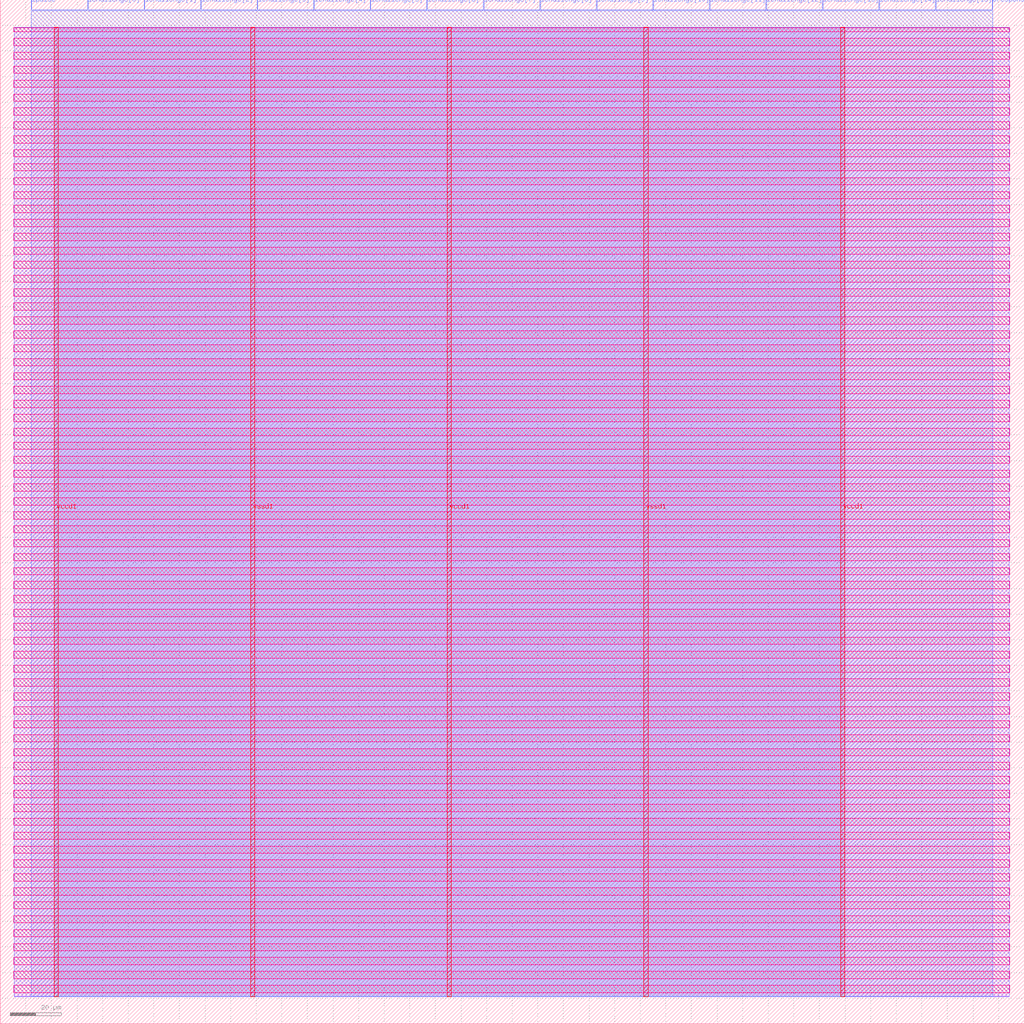
<source format=lef>
VERSION 5.7 ;
  NOWIREEXTENSIONATPIN ON ;
  DIVIDERCHAR "/" ;
  BUSBITCHARS "[]" ;
MACRO arbiterpuf
  CLASS BLOCK ;
  FOREIGN arbiterpuf ;
  ORIGIN 0.000 0.000 ;
  SIZE 400.000 BY 400.000 ;
  PIN ichallenge[0]
    DIRECTION INPUT ;
    USE SIGNAL ;
    PORT
      LAYER met2 ;
        RECT 34.130 396.000 34.410 400.000 ;
    END
  END ichallenge[0]
  PIN ichallenge[10]
    DIRECTION INPUT ;
    USE SIGNAL ;
    PORT
      LAYER met2 ;
        RECT 254.930 396.000 255.210 400.000 ;
    END
  END ichallenge[10]
  PIN ichallenge[11]
    DIRECTION INPUT ;
    USE SIGNAL ;
    PORT
      LAYER met2 ;
        RECT 277.010 396.000 277.290 400.000 ;
    END
  END ichallenge[11]
  PIN ichallenge[12]
    DIRECTION INPUT ;
    USE SIGNAL ;
    PORT
      LAYER met2 ;
        RECT 299.090 396.000 299.370 400.000 ;
    END
  END ichallenge[12]
  PIN ichallenge[13]
    DIRECTION INPUT ;
    USE SIGNAL ;
    PORT
      LAYER met2 ;
        RECT 321.170 396.000 321.450 400.000 ;
    END
  END ichallenge[13]
  PIN ichallenge[14]
    DIRECTION INPUT ;
    USE SIGNAL ;
    PORT
      LAYER met2 ;
        RECT 343.250 396.000 343.530 400.000 ;
    END
  END ichallenge[14]
  PIN ichallenge[15]
    DIRECTION INPUT ;
    USE SIGNAL ;
    PORT
      LAYER met2 ;
        RECT 365.330 396.000 365.610 400.000 ;
    END
  END ichallenge[15]
  PIN ichallenge[1]
    DIRECTION INPUT ;
    USE SIGNAL ;
    PORT
      LAYER met2 ;
        RECT 56.210 396.000 56.490 400.000 ;
    END
  END ichallenge[1]
  PIN ichallenge[2]
    DIRECTION INPUT ;
    USE SIGNAL ;
    PORT
      LAYER met2 ;
        RECT 78.290 396.000 78.570 400.000 ;
    END
  END ichallenge[2]
  PIN ichallenge[3]
    DIRECTION INPUT ;
    USE SIGNAL ;
    PORT
      LAYER met2 ;
        RECT 100.370 396.000 100.650 400.000 ;
    END
  END ichallenge[3]
  PIN ichallenge[4]
    DIRECTION INPUT ;
    USE SIGNAL ;
    PORT
      LAYER met2 ;
        RECT 122.450 396.000 122.730 400.000 ;
    END
  END ichallenge[4]
  PIN ichallenge[5]
    DIRECTION INPUT ;
    USE SIGNAL ;
    PORT
      LAYER met2 ;
        RECT 144.530 396.000 144.810 400.000 ;
    END
  END ichallenge[5]
  PIN ichallenge[6]
    DIRECTION INPUT ;
    USE SIGNAL ;
    PORT
      LAYER met2 ;
        RECT 166.610 396.000 166.890 400.000 ;
    END
  END ichallenge[6]
  PIN ichallenge[7]
    DIRECTION INPUT ;
    USE SIGNAL ;
    PORT
      LAYER met2 ;
        RECT 188.690 396.000 188.970 400.000 ;
    END
  END ichallenge[7]
  PIN ichallenge[8]
    DIRECTION INPUT ;
    USE SIGNAL ;
    PORT
      LAYER met2 ;
        RECT 210.770 396.000 211.050 400.000 ;
    END
  END ichallenge[8]
  PIN ichallenge[9]
    DIRECTION INPUT ;
    USE SIGNAL ;
    PORT
      LAYER met2 ;
        RECT 232.850 396.000 233.130 400.000 ;
    END
  END ichallenge[9]
  PIN ipulse
    DIRECTION INPUT ;
    USE SIGNAL ;
    PORT
      LAYER met2 ;
        RECT 12.050 396.000 12.330 400.000 ;
    END
  END ipulse
  PIN oresponse
    DIRECTION OUTPUT TRISTATE ;
    USE SIGNAL ;
    PORT
      LAYER met2 ;
        RECT 387.410 396.000 387.690 400.000 ;
    END
  END oresponse
  PIN vccd1
    DIRECTION INOUT ;
    USE POWER ;
    PORT
      LAYER met4 ;
        RECT 21.040 10.640 22.640 389.200 ;
    END
    PORT
      LAYER met4 ;
        RECT 174.640 10.640 176.240 389.200 ;
    END
    PORT
      LAYER met4 ;
        RECT 328.240 10.640 329.840 389.200 ;
    END
  END vccd1
  PIN vssd1
    DIRECTION INOUT ;
    USE GROUND ;
    PORT
      LAYER met4 ;
        RECT 97.840 10.640 99.440 389.200 ;
    END
    PORT
      LAYER met4 ;
        RECT 251.440 10.640 253.040 389.200 ;
    END
  END vssd1
  OBS
      LAYER nwell ;
        RECT 5.330 387.545 394.410 389.150 ;
        RECT 5.330 382.105 394.410 384.935 ;
        RECT 5.330 376.665 394.410 379.495 ;
        RECT 5.330 371.225 394.410 374.055 ;
        RECT 5.330 365.785 394.410 368.615 ;
        RECT 5.330 360.345 394.410 363.175 ;
        RECT 5.330 354.905 394.410 357.735 ;
        RECT 5.330 349.465 394.410 352.295 ;
        RECT 5.330 344.025 394.410 346.855 ;
        RECT 5.330 338.585 394.410 341.415 ;
        RECT 5.330 333.145 394.410 335.975 ;
        RECT 5.330 327.705 394.410 330.535 ;
        RECT 5.330 322.265 394.410 325.095 ;
        RECT 5.330 316.825 394.410 319.655 ;
        RECT 5.330 311.385 394.410 314.215 ;
        RECT 5.330 305.945 394.410 308.775 ;
        RECT 5.330 300.505 394.410 303.335 ;
        RECT 5.330 295.065 394.410 297.895 ;
        RECT 5.330 289.625 394.410 292.455 ;
        RECT 5.330 284.185 394.410 287.015 ;
        RECT 5.330 278.745 394.410 281.575 ;
        RECT 5.330 273.305 394.410 276.135 ;
        RECT 5.330 267.865 394.410 270.695 ;
        RECT 5.330 262.425 394.410 265.255 ;
        RECT 5.330 256.985 394.410 259.815 ;
        RECT 5.330 251.545 394.410 254.375 ;
        RECT 5.330 246.105 394.410 248.935 ;
        RECT 5.330 240.665 394.410 243.495 ;
        RECT 5.330 235.225 394.410 238.055 ;
        RECT 5.330 229.785 394.410 232.615 ;
        RECT 5.330 224.345 394.410 227.175 ;
        RECT 5.330 218.905 394.410 221.735 ;
        RECT 5.330 213.465 394.410 216.295 ;
        RECT 5.330 208.025 394.410 210.855 ;
        RECT 5.330 202.585 394.410 205.415 ;
        RECT 5.330 197.145 394.410 199.975 ;
        RECT 5.330 191.705 394.410 194.535 ;
        RECT 5.330 186.265 394.410 189.095 ;
        RECT 5.330 180.825 394.410 183.655 ;
        RECT 5.330 175.385 394.410 178.215 ;
        RECT 5.330 169.945 394.410 172.775 ;
        RECT 5.330 164.505 394.410 167.335 ;
        RECT 5.330 159.065 394.410 161.895 ;
        RECT 5.330 153.625 394.410 156.455 ;
        RECT 5.330 148.185 394.410 151.015 ;
        RECT 5.330 142.745 394.410 145.575 ;
        RECT 5.330 137.305 394.410 140.135 ;
        RECT 5.330 131.865 394.410 134.695 ;
        RECT 5.330 126.425 394.410 129.255 ;
        RECT 5.330 120.985 394.410 123.815 ;
        RECT 5.330 115.545 394.410 118.375 ;
        RECT 5.330 110.105 394.410 112.935 ;
        RECT 5.330 104.665 394.410 107.495 ;
        RECT 5.330 99.225 394.410 102.055 ;
        RECT 5.330 93.785 394.410 96.615 ;
        RECT 5.330 88.345 394.410 91.175 ;
        RECT 5.330 82.905 394.410 85.735 ;
        RECT 5.330 77.465 394.410 80.295 ;
        RECT 5.330 72.025 394.410 74.855 ;
        RECT 5.330 66.585 394.410 69.415 ;
        RECT 5.330 61.145 394.410 63.975 ;
        RECT 5.330 55.705 394.410 58.535 ;
        RECT 5.330 50.265 394.410 53.095 ;
        RECT 5.330 44.825 394.410 47.655 ;
        RECT 5.330 39.385 394.410 42.215 ;
        RECT 5.330 33.945 394.410 36.775 ;
        RECT 5.330 28.505 394.410 31.335 ;
        RECT 5.330 23.065 394.410 25.895 ;
        RECT 5.330 17.625 394.410 20.455 ;
        RECT 5.330 12.185 394.410 15.015 ;
      LAYER li1 ;
        RECT 5.520 10.795 394.220 389.045 ;
      LAYER met1 ;
        RECT 5.520 10.640 394.220 389.200 ;
      LAYER met2 ;
        RECT 12.610 395.720 33.850 396.000 ;
        RECT 34.690 395.720 55.930 396.000 ;
        RECT 56.770 395.720 78.010 396.000 ;
        RECT 78.850 395.720 100.090 396.000 ;
        RECT 100.930 395.720 122.170 396.000 ;
        RECT 123.010 395.720 144.250 396.000 ;
        RECT 145.090 395.720 166.330 396.000 ;
        RECT 167.170 395.720 188.410 396.000 ;
        RECT 189.250 395.720 210.490 396.000 ;
        RECT 211.330 395.720 232.570 396.000 ;
        RECT 233.410 395.720 254.650 396.000 ;
        RECT 255.490 395.720 276.730 396.000 ;
        RECT 277.570 395.720 298.810 396.000 ;
        RECT 299.650 395.720 320.890 396.000 ;
        RECT 321.730 395.720 342.970 396.000 ;
        RECT 343.810 395.720 365.050 396.000 ;
        RECT 365.890 395.720 387.130 396.000 ;
        RECT 12.060 10.695 387.680 395.720 ;
      LAYER met3 ;
        RECT 21.050 10.715 329.830 389.125 ;
  END
END arbiterpuf
END LIBRARY


</source>
